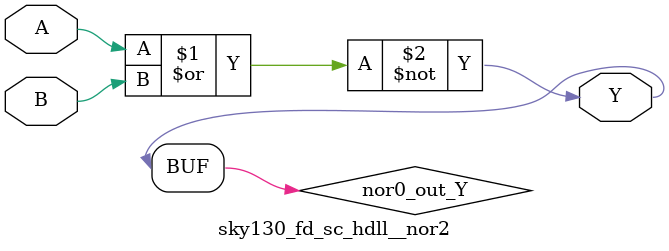
<source format=v>
module sky130_fd_sc_hdll__nor2 (
    Y,
    A,
    B
);
    output Y;
    input  A;
    input  B;
    wire nor0_out_Y;
    nor nor0 (nor0_out_Y, A, B           );
    buf buf0 (Y         , nor0_out_Y     );
endmodule
</source>
